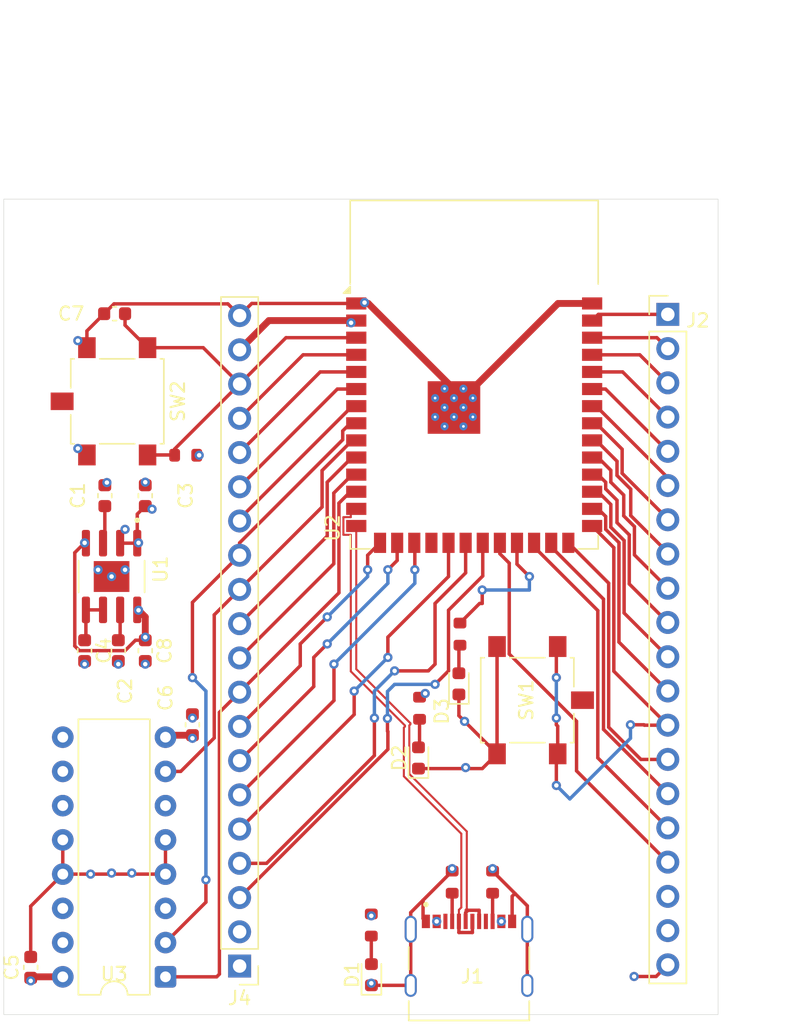
<source format=kicad_pcb>
(kicad_pcb (version 20241229) (generator "pcbnew") (generator_version "9.0")
  (layers (0 "F.Cu" signal "Front") (4 "In1.Cu" signal) (6 "In2.Cu" signal) (2 "B.Cu" signal "Back") (13 "F.Paste" user) (15 "B.Paste" user) (5 "F.SilkS" user "F.Silkscreen") (7 "B.SilkS" user "B.Silkscreen") (1 "F.Mask" user) (3 "B.Mask" user) (25 "Edge.Cuts" user))
  (net 0 "")
  (net 1 "GND")
  (net 2 "Net-(U1-BYP)")
  (net 3 "Net-(U1-VREG)")
  (net 4 "+3V3")
  (net 5 "Net-(U1-REF)")
  (net 6 "+5V")
  (net 7 "EN")
  (net 8 "Net-(D1-A)")
  (net 9 "Net-(D2-A)")
  (net 10 "Net-(D3-A)")
  (net 12 "Net-(J1-CC1)")
  (net 13 "D+")
  (net 14 "Net-(J1-CC2)")
  (net 15 "D-")
  (net 17 "GPIO_21")
  (net 18 "GPIO_0")
  (net 19 "Select")
  (net 20 "In1")
  (net 21 "RX")
  (net 22 "A")
  (net 23 "Z1")
  (net 24 "ENA")
  (net 25 "RT")
  (net 26 "SX")
  (net 27 "GPIO_40")
  (net 28 "GPIO_41")
  (net 29 "X")
  (net 30 "GPIO_37")
  (net 31 "Start")
  (net 32 "GPIO_38")
  (net 33 "B")
  (net 34 "DL")
  (net 35 "GPIO_36")
  (net 36 "GPIO_18")
  (net 37 "GPIO_35")
  (net 38 "TX")
  (net 39 "CY")
  (net 40 "Y")
  (net 41 "DU")
  (net 42 "Z2")
  (net 43 "DR")
  (net 44 "CX")
  (net 45 "DD")
  (net 46 "GPIO_39")
  (net 47 "LT")
  (net 48 "In2")
  (net 49 "SY")
  (net 50 "M+")
  (net 52 "M-")
  (net 57 "GPIO_48")
  (footprint "PCM_JLCPCB:R_0603" (layer "F.Cu") (at 131.85 103.2725 -90)
    (property "Reference" "R6" (hide yes))
    (property "Value" "5.1kΩ")
  )
  (footprint "PCM_JLCPCB:R_0603" (layer "F.Cu") (at 125.27 124.855 -90)
    (property "Reference" "R4" (hide yes))
    (property "Value" "5.1kΩ")
  )
  (footprint "Capacitor_SMD:C_0603_1608Metric" (layer "F.Cu") (at 108.5 104.5 -90)
    (property "Reference" "C8")
    (property "Value" "10uF")
  )
  (footprint "Package_DIP:DIP-16_W7.62mm" (layer "F.Cu") (at 110 128.7 180)
    (property "Reference" "U3")
    (property "Value" "L293D")
  )
  (footprint "LED_SMD:LED_0603_1608Metric" (layer "F.Cu") (at 131.77 106.9625 90)
    (property "Reference" "D3")
    (property "Value" "LED")
  )
  (footprint "Capacitor_SMD:C_0603_1608Metric" (layer "F.Cu") (at 105.5 93 90)
    (property "Reference" "C1")
    (property "Value" "1uF")
  )
  (footprint "PCM_JLCPCB:R_0603" (layer "F.Cu") (at 128.85 108.7725 -90)
    (property "Reference" "R5" (hide yes))
    (property "Value" "5.1kΩ")
  )
  (footprint "Connector_PinHeader_2.54mm:PinHeader_1x20_P2.54mm_Vertical" (layer "F.Cu") (at 115.5 127.9 180)
    (property "Reference" "J4")
    (property "Value" "Conn_01x20_Socket" (hide yes))
  )
  (footprint "LED_SMD:LED_0603_1608Metric" (layer "F.Cu") (at 128.77 112.4625 90)
    (property "Reference" "D2")
    (property "Value" "LED")
  )
  (footprint "LED_SMD:LED_0603_1608Metric" (layer "F.Cu") (at 125.28 128.545 90)
    (property "Reference" "D1")
    (property "Value" "LED")
  )
  (footprint "PCM_JLCPCB:R_0603" (layer "F.Cu") (at 111.5 90 180)
    (property "Reference" "R1" (hide yes))
    (property "Value" "5.1kΩ")
  )
  (footprint "Button_Switch_SMD:SW_SPST_B3S-1100" (layer "F.Cu") (at 105.5 86 -90)
    (property "Reference" "SW2")
    (property "Value" "SW_Push")
  )
  (footprint "Capacitor_SMD:C_0603_1608Metric" (layer "F.Cu") (at 112 110 90)
    (property "Reference" "C6")
    (property "Value" "100uF")
  )
  (footprint "PCM_JLCPCB:R_0603" (layer "F.Cu") (at 134.27 121.675 90)
    (property "Reference" "R2" (hide yes))
    (property "Value" "5.1kΩ")
  )
  (footprint "PCM_JLCPCB:R_0603" (layer "F.Cu") (at 131.27 121.675 -90)
    (property "Reference" "R3" (hide yes))
    (property "Value" "5.1kΩ")
  )
  (footprint "Type_C:Updated_TYPE-C-31-M-12" (layer "F.Cu") (at 132.52 129.3375)
    (property "Reference" "J1")
    (property "Value" "TYPE-C-31-M-12")
  )
  (footprint "Capacitor_SMD:C_0603_1608Metric" (layer "F.Cu") (at 108.5 93 90)
    (property "Reference" "C3")
    (property "Value" "10uF")
  )
  (footprint "Connector_PinHeader_2.54mm:PinHeader_1x20_P2.54mm_Vertical" (layer "F.Cu") (at 147.27 79.55)
    (property "Reference" "J2")
    (property "Value" "Conn_01x20_Socket" (hide yes))
  )
  (footprint "Capacitor_SMD:C_0603_1608Metric" (layer "F.Cu") (at 106.225 79.5)
    (property "Reference" "C7")
    (property "Value" "1uF")
  )
  (footprint "RF_Module:ESP32-S3-WROOM-1" (layer "F.Cu") (at 132.905 84)
    (property "Reference" "U2")
    (property "Value" "ESP32-S3-WROOM-1")
  )
  (footprint "Button_Switch_SMD:SW_SPST_B3S-1100" (layer "F.Cu") (at 137.77 108.175 90)
    (property "Reference" "SW1")
    (property "Value" "SW_Push")
  )
  (footprint "ADP7158ARDZ-3.3-R7:ADP7158ARDZ-3.3-R7" (layer "F.Cu") (at 106 99 -90)
    (property "Reference" "U1")
    (property "Value" "ADP7158ARDZ-3.3-R7")
  )
  (footprint "Capacitor_SMD:C_0603_1608Metric" (layer "F.Cu") (at 104 104.5 -90)
    (property "Reference" "C4")
    (property "Value" "1uF")
  )
  (footprint "Capacitor_SMD:C_0603_1608Metric" (layer "F.Cu") (at 100 128 90)
    (property "Reference" "C5")
    (property "Value" "0.1uF")
  )
  (footprint "Capacitor_SMD:C_0603_1608Metric" (layer "F.Cu") (at 106.5 104.5 -90)
    (property "Reference" "C2")
    (property "Value" "1uF")
  )
  (gr_rect (start 98 71) (end 151 131.5) (stroke (width 0.0381)) (fill no) (layer "Edge.Cuts"))
  (segment (start 131.27 120.855) (end 129.11 123.015) (width 0.254) (layer "F.Cu") (net 1))
  (segment (start 131.405 85.1) (end 131.405 86.46) (width 0.508) (layer "F.Cu") (net 1))
  (segment (start 104.17 80.78) (end 105.45 79.5) (width 0.254) (layer "F.Cu") (net 1))
  (segment (start 139.125 78.74) (end 131.405 86.46) (width 0.508) (layer "F.Cu") (net 1))
  (segment (start 100 127.225) (end 100 123.46) (width 0.254) (layer "F.Cu") (net 1))
  (segment (start 129.11 123.015) (end 128.195 123.93) (width 0.254) (layer "F.Cu") (net 1))
  (segment (start 134.6 104.195) (end 134.6 112.155) (width 0.254) (layer "F.Cu") (net 1))
  (segment (start 128.19 129.3325) (end 128.195 129.3375) (width 0.254) (layer "F.Cu") (net 1))
  (segment (start 135.93 122.515) (end 136.845 123.43) (width 0.254) (layer "F.Cu") (net 1))
  (segment (start 135.72 122.725) (end 135.93 122.515) (width 0.254) (layer "F.Cu") (net 1))
  (segment (start 110 118.54) (end 110 121.08) (width 0.254) (layer "F.Cu") (net 1))
  (segment (start 141.655 78.74) (end 139.125 78.74) (width 0.508) (layer "F.Cu") (net 1))
  (segment (start 129.11 124.3775) (end 129.11 123.015) (width 0.254) (layer "F.Cu") (net 1))
  (segment (start 106.18 78.77) (end 105.45 79.5) (width 0.254) (layer "F.Cu") (net 1))
  (segment (start 134.27 120.855) (end 135.93 122.515) (width 0.254) (layer "F.Cu") (net 1))
  (segment (start 114.63 78.77) (end 106.18 78.77) (width 0.254) (layer "F.Cu") (net 1))
  (segment (start 131.77 109.325) (end 134.6 112.155) (width 0.254) (layer "F.Cu") (net 1))
  (segment (start 102.38 118.54) (end 102.38 121.08) (width 0.254) (layer "F.Cu") (net 1))
  (segment (start 115.5 79.64) (end 114.63 78.77) (width 0.254) (layer "F.Cu") (net 1))
  (segment (start 125.28 129.3325) (end 128.19 129.3325) (width 0.254) (layer "F.Cu") (net 1))
  (segment (start 124.155 78.74) (end 125.045 78.74) (width 0.508) (layer "F.Cu") (net 1))
  (segment (start 100 123.46) (end 102.38 121.08) (width 0.254) (layer "F.Cu") (net 1))
  (segment (start 136.845 123.43) (end 136.845 125.1675) (width 0.254) (layer "F.Cu") (net 1))
  (segment (start 102.38 121.08) (end 110 121.08) (width 0.254) (layer "F.Cu") (net 1))
  (segment (start 133.505 113.25) (end 134.6 112.155) (width 0.254) (layer "F.Cu") (net 1))
  (segment (start 131.77 107.75) (end 131.77 109.325) (width 0.254) (layer "F.Cu") (net 1))
  (segment (start 128.77 113.25) (end 133.505 113.25) (width 0.254) (layer "F.Cu") (net 1))
  (segment (start 115.5 79.64) (end 116.4 78.74) (width 0.254) (layer "F.Cu") (net 1))
  (segment (start 128.195 125.1675) (end 128.195 129.3375) (width 0.254) (layer "F.Cu") (net 1))
  (segment (start 129.32 124.5875) (end 129.11 124.3775) (width 0.254) (layer "F.Cu") (net 1))
  (segment (start 116.4 78.74) (end 124.155 78.74) (width 0.254) (layer "F.Cu") (net 1))
  (segment (start 125.045 78.74) (end 131.405 85.1) (width 0.508) (layer "F.Cu") (net 1))
  (segment (start 136.845 125.1675) (end 136.845 129.3375) (width 0.254) (layer "F.Cu") (net 1))
  (segment (start 128.195 123.93) (end 128.195 125.1675) (width 0.254) (layer "F.Cu") (net 1))
  (segment (start 104.17 82.02) (end 104.17 80.78) (width 0.254) (layer "F.Cu") (net 1))
  (segment (start 135.72 124.5875) (end 135.72 122.725) (width 0.254) (layer "F.Cu") (net 1))
  (via (at 106 121) (size 0.6858) (drill 0.3302) (layers "F.Cu" "B.Cu") (net 1))
  (via (at 104.44373 121.08) (size 0.6858) (drill 0.3302) (layers "F.Cu" "B.Cu") (net 1))
  (via (at 107 98.5) (size 0.6858) (drill 0.3302) (layers "F.Cu" "B.Cu") (net 1))
  (via (at 103.5 89.5) (size 0.6858) (drill 0.3302) (layers "F.Cu" "B.Cu") (net 1))
  (via (at 105 98.5) (size 0.6858) (drill 0.3302) (layers "F.Cu" "B.Cu") (net 1))
  (via (at 134.27 120.675) (size 0.6858) (drill 0.3302) (layers "F.Cu" "B.Cu") (net 1))
  (via (at 125.27 129.175) (size 0.6858) (drill 0.3302) (layers "F.Cu" "B.Cu") (net 1))
  (via (at 131.27 120.675) (size 0.6858) (drill 0.3302) (layers "F.Cu" "B.Cu") (net 1))
  (via (at 106.5 105.5) (size 0.6858) (drill 0.3302) (layers "F.Cu" "B.Cu") (net 1))
  (via (at 103.5 81.5) (size 0.6858) (drill 0.3302) (layers "F.Cu" "B.Cu") (net 1))
  (via (at 106 99) (size 0.6858) (drill 0.3302) (layers "F.Cu" "B.Cu") (net 1))
  (via (at 107.5 121) (size 0.6858) (drill 0.3302) (layers "F.Cu" "B.Cu") (net 1))
  (via (at 112 109.5) (size 0.6858) (drill 0.3302) (layers "F.Cu" "B.Cu") (net 1))
  (via (at 105.651535 92.027641) (size 0.6858) (drill 0.3302) (layers "F.Cu" "B.Cu") (net 1))
  (via (at 108.5 92) (size 0.6858) (drill 0.3302) (layers "F.Cu" "B.Cu") (net 1))
  (via (at 124.77 78.675) (size 0.6858) (drill 0.3302) (layers "F.Cu" "B.Cu") (net 1))
  (via (at 104 105.5) (size 0.6858) (drill 0.3302) (layers "F.Cu" "B.Cu") (net 1))
  (via (at 108.5 105.5) (size 0.6858) (drill 0.3302) (layers "F.Cu" "B.Cu") (net 1))
  (via (at 132.190731 109.745731) (size 0.6858) (drill 0.3302) (layers "F.Cu" "B.Cu") (net 1))
  (via (at 132.27 113.175) (size 0.6858) (drill 0.3302) (layers "F.Cu" "B.Cu") (net 1))
  (segment (start 105.5 96.39) (end 105.365 96.525) (width 0.254) (layer "F.Cu") (net 2))
  (segment (start 105.5 93.775) (end 105.5 96.39) (width 0.254) (layer "F.Cu") (net 2))
  (segment (start 106.635 103.59) (end 106.5 103.725) (width 0.254) (layer "F.Cu") (net 3))
  (segment (start 106.635 101.475) (end 106.635 103.59) (width 0.254) (layer "F.Cu") (net 3))
  (segment (start 107.905 96.525) (end 107.905 94.37) (width 0.254) (layer "F.Cu") (net 4))
  (segment (start 107.905 94.37) (end 108.5 93.775) (width 0.254) (layer "F.Cu") (net 4))
  (segment (start 106.635 96.525) (end 107.905 96.525) (width 0.254) (layer "F.Cu") (net 4))
  (segment (start 115.5 82.18) (end 117.67 80.01) (width 0.508) (layer "F.Cu") (net 4))
  (segment (start 117.67 80.01) (end 124.155 80.01) (width 0.508) (layer "F.Cu") (net 4))
  (via (at 109 94) (size 0.6858) (drill 0.3302) (layers "F.Cu" "B.Cu") (net 4))
  (via (at 123.77 80.175) (size 0.6858) (drill 0.3302) (layers "F.Cu" "B.Cu") (net 4))
  (via (at 108 96.5) (size 0.6858) (drill 0.3302) (layers "F.Cu" "B.Cu") (net 4))
  (via (at 107 95.5) (size 0.6858) (drill 0.3302) (layers "F.Cu" "B.Cu") (net 4))
  (via (at 112.5 90) (size 0.6858) (drill 0.3302) (layers "F.Cu" "B.Cu") (net 4))
  (via (at 129.27 107.675) (size 0.6858) (drill 0.3302) (layers "F.Cu" "B.Cu") (net 4))
  (segment (start 104.095 101.475) (end 104.095 103.63) (width 0.254) (layer "F.Cu") (net 5))
  (segment (start 104.095 103.63) (end 104 103.725) (width 0.254) (layer "F.Cu") (net 5))
  (segment (start 105.365 101.475) (end 104.095 101.475) (width 0.254) (layer "F.Cu") (net 5))
  (segment (start 103.614942 104.5) (end 107 104.5) (width 0.254) (layer "F.Cu") (net 6))
  (segment (start 146.405 128.675) (end 147.27 127.81) (width 0.254) (layer "F.Cu") (net 6))
  (segment (start 110.145 110.775) (end 110 110.92) (width 0.254) (layer "F.Cu") (net 6))
  (segment (start 102.38 128.7) (end 100.075 128.7) (width 0.508) (layer "F.Cu") (net 6))
  (segment (start 108.5 102) (end 108.5 103.725) (width 0.508) (layer "F.Cu") (net 6))
  (segment (start 111.855 110.92) (end 112 110.775) (width 0.254) (layer "F.Cu") (net 6))
  (segment (start 107.905 101.475) (end 107.975 101.475) (width 0.254) (layer "F.Cu") (net 6))
  (segment (start 107.975 101.475) (end 108.5 102) (width 0.508) (layer "F.Cu") (net 6))
  (segment (start 144.77 128.675) (end 146.405 128.675) (width 0.254) (layer "F.Cu") (net 6))
  (segment (start 107.775 103.725) (end 108.5 103.725) (width 0.254) (layer "F.Cu") (net 6))
  (segment (start 103.27 104.155058) (end 103.614942 104.5) (width 0.254) (layer "F.Cu") (net 6))
  (segment (start 104 96.5) (end 103.27 97.23) (width 0.254) (layer "F.Cu") (net 6))
  (segment (start 100.075 128.7) (end 100 128.775) (width 0.254) (layer "F.Cu") (net 6))
  (segment (start 112 110.775) (end 110.145 110.775) (width 0.508) (layer "F.Cu") (net 6))
  (segment (start 107 104.5) (end 107.775 103.725) (width 0.254) (layer "F.Cu") (net 6))
  (segment (start 103.27 97.23) (end 103.27 104.155058) (width 0.254) (layer "F.Cu") (net 6))
  (via (at 125.27 124.175) (size 0.6858) (drill 0.3302) (layers "F.Cu" "B.Cu") (net 6))
  (via (at 108 101.5) (size 0.6858) (drill 0.3302) (layers "F.Cu" "B.Cu") (net 6))
  (via (at 112 111) (size 0.6858) (drill 0.3302) (layers "F.Cu" "B.Cu") (net 6))
  (via (at 130.12 124.5875) (size 0.6858) (drill 0.3302) (layers "F.Cu" "B.Cu") (net 6))
  (via (at 100 129) (size 0.6858) (drill 0.3302) (layers "F.Cu" "B.Cu") (net 6))
  (via (at 104 96.5) (size 0.6858) (drill 0.3302) (layers "F.Cu" "B.Cu") (net 6))
  (via (at 144.77 128.675) (size 0.6858) (drill 0.3302) (layers "F.Cu" "B.Cu") (net 6))
  (via (at 134.92 124.5875) (size 0.6858) (drill 0.3302) (layers "F.Cu" "B.Cu") (net 6))
  (via (at 108.5 103.5) (size 0.6858) (drill 0.3302) (layers "F.Cu" "B.Cu") (net 6))
  (segment (start 112.8 82.02) (end 115.5 84.72) (width 0.254) (layer "F.Cu") (net 7))
  (segment (start 110.66 89.98) (end 110.68 90) (width 0.254) (layer "F.Cu") (net 7))
  (segment (start 108.67 82.02) (end 112.8 82.02) (width 0.254) (layer "F.Cu") (net 7))
  (segment (start 110.68 89.54) (end 115.5 84.72) (width 0.254) (layer "F.Cu") (net 7))
  (segment (start 118.94 81.28) (end 124.155 81.28) (width 0.254) (layer "F.Cu") (net 7))
  (segment (start 108.67 89.98) (end 110.66 89.98) (width 0.254) (layer "F.Cu") (net 7))
  (segment (start 107 80.35) (end 108.67 82.02) (width 0.254) (layer "F.Cu") (net 7))
  (segment (start 115.5 84.72) (end 118.94 81.28) (width 0.254) (layer "F.Cu") (net 7))
  (segment (start 110.68 90) (end 110.68 89.54) (width 0.254) (layer "F.Cu") (net 7))
  (segment (start 107 79.5) (end 107 80.35) (width 0.254) (layer "F.Cu") (net 7))
  (segment (start 125.27 127.7475) (end 125.28 127.7575) (width 0.254) (layer "F.Cu") (net 8))
  (segment (start 125.27 125.675) (end 125.27 127.7475) (width 0.254) (layer "F.Cu") (net 8))
  (segment (start 128.85 109.5925) (end 128.85 111.595) (width 0.254) (layer "F.Cu") (net 9))
  (segment (start 128.85 111.595) (end 128.77 111.675) (width 0.254) (layer "F.Cu") (net 9))
  (segment (start 131.77 106.175) (end 131.77 104.1725) (width 0.254) (layer "F.Cu") (net 10))
  (segment (start 131.77 104.1725) (end 131.85 104.0925) (width 0.254) (layer "F.Cu") (net 10))
  (segment (start 131.27 122.495) (end 131.27 124.5875) (width 0.254) (layer "F.Cu") (net 12))
  (segment (start 133.269 123.7625) (end 133.27 123.7635) (width 0.254) (layer "F.Cu") (net 13))
  (segment (start 132.445 123.7625) (end 133.269 123.7625) (width 0.254) (layer "F.Cu") (net 13))
  (segment (start 132.27 124.5875) (end 132.27 123.732499) (width 0.1524) (layer "F.Cu") (net 13))
  (segment (start 132.27 123.732499) (end 132.35558 123.646919) (width 0.1524) (layer "F.Cu") (net 13))
  (segment (start 132.27 124.5875) (end 132.27 123.9375) (width 0.254) (layer "F.Cu") (net 13))
  (segment (start 132.35558 123.646919) (end 132.35558 117.914782) (width 0.1524) (layer "F.Cu") (net 13))
  (segment (start 128.0908 110.045468) (end 128.1708 109.965468) (width 0.1524) (layer "F.Cu") (net 13))
  (segment (start 132.2232 124.1207) (end 132.2232 124.009168) (width 0.1524) (layer "F.Cu") (net 13))
  (segment (start 128.0908 113.650002) (end 128.0908 110.045468) (width 0.1524) (layer "F.Cu") (net 13))
  (segment (start 132.27 123.9375) (end 132.445 123.7625) (width 0.254) (layer "F.Cu") (net 13))
  (segment (start 124.155 105.867632) (end 124.155 95.25) (width 0.1524) (layer "F.Cu") (net 13))
  (segment (start 132.27 124.5875) (end 132.27 124.1675) (width 0.1524) (layer "F.Cu") (net 13))
  (segment (start 128.1708 109.883432) (end 124.155 105.867632) (width 0.1524) (layer "F.Cu") (net 13))
  (segment (start 132.35558 117.914782) (end 128.0908 113.650002) (width 0.1524) (layer "F.Cu") (net 13))
  (segment (start 132.27 124.1675) (end 132.2232 124.1207) (width 0.1524) (layer "F.Cu") (net 13))
  (segment (start 133.27 123.7635) (end 133.27 124.5875) (width 0.254) (layer "F.Cu") (net 13))
  (segment (start 128.1708 109.965468) (end 128.1708 109.883432) (width 0.1524) (layer "F.Cu") (net 13))
  (segment (start 134.27 122.495) (end 134.27 124.5875) (width 0.254) (layer "F.Cu") (net 14))
  (segment (start 127.68442 110.213796) (end 127.76442 110.133796) (width 0.1524) (layer "F.Cu") (net 15))
  (segment (start 123.7486 94.5958) (end 123.7486 94.3864) (width 0.1524) (layer "F.Cu") (net 15))
  (segment (start 131.8168 124.1207) (end 131.77 124.1675) (width 0.1524) (layer "F.Cu") (net 15))
  (segment (start 131.9492 118.08311) (end 127.68442 113.81833) (width 0.1524) (layer "F.Cu") (net 15))
  (segment (start 131.77 124.5875) (end 131.77 125.4115) (width 0.254) (layer "F.Cu") (net 15))
  (segment (start 132.769 125.4125) (end 132.77 125.4115) (width 0.254) (layer "F.Cu") (net 15))
  (segment (start 131.77 124.5875) (end 131.77 123.732499) (width 0.1524) (layer "F.Cu") (net 15))
  (segment (start 131.9492 123.553299) (end 131.9492 118.08311) (width 0.1524) (layer "F.Cu") (net 15))
  (segment (start 123.2008 95.9042) (end 123.2008 94.5958) (width 0.1524) (layer "F.Cu") (net 15))
  (segment (start 131.77 123.732499) (end 131.9492 123.553299) (width 0.1524) (layer "F.Cu") (net 15))
  (segment (start 123.7486 94.3864) (end 124.155 93.98) (width 0.1524) (layer "F.Cu") (net 15))
  (segment (start 123.7486 95.9042) (end 123.2008 95.9042) (width 0.1524) (layer "F.Cu") (net 15))
  (segment (start 131.77 124.1675) (end 131.77 124.5875) (width 0.1524) (layer "F.Cu") (net 15))
  (segment (start 132.77 125.4115) (end 132.77 124.5875) (width 0.254) (layer "F.Cu") (net 15))
  (segment (start 123.2008 94.5958) (end 123.7486 94.5958) (width 0.1524) (layer "F.Cu") (net 15))
  (segment (start 127.76442 110.051788) (end 123.7486 106.035968) (width 0.1524) (layer "F.Cu") (net 15))
  (segment (start 131.77 125.4115) (end 131.771 125.4125) (width 0.254) (layer "F.Cu") (net 15))
  (segment (start 127.76442 110.133796) (end 127.76442 110.051788) (width 0.1524) (layer "F.Cu") (net 15))
  (segment (start 127.68442 113.81833) (end 127.68442 110.213796) (width 0.1524) (layer "F.Cu") (net 15))
  (segment (start 131.771 125.4125) (end 132.769 125.4125) (width 0.254) (layer "F.Cu") (net 15))
  (segment (start 123.7486 106.035968) (end 123.7486 95.9042) (width 0.1524) (layer "F.Cu") (net 15))
  (segment (start 131.85 102.4525) (end 133.3025 101) (width 0.254) (layer "F.Cu") (net 17))
  (segment (start 133.3025 101) (end 133.5 101) (width 0.254) (layer "F.Cu") (net 17))
  (segment (start 133.5 101) (end 133.5 100) (width 0.254) (layer "F.Cu") (net 17))
  (segment (start 136.08 98.08) (end 136.08 96.5) (width 0.254) (layer "F.Cu") (net 17))
  (segment (start 137 99) (end 136.08 98.08) (width 0.254) (layer "F.Cu") (net 17))
  (via (at 137 99) (size 0.6858) (drill 0.3302) (layers "F.Cu" "B.Cu") (net 17))
  (via (at 133.5 100) (size 0.6858) (drill 0.3302) (layers "F.Cu" "B.Cu") (net 17))
  (segment (start 137 100) (end 137 99) (width 0.254) (layer "B.Cu") (net 17))
  (segment (start 133.5 100) (end 137 100) (width 0.254) (layer "B.Cu") (net 17))
  (segment (start 139 112.255) (end 139.1 112.155) (width 0.254) (layer "F.Cu") (net 18))
  (segment (start 139 110) (end 139 109.5) (width 0.254) (layer "F.Cu") (net 18))
  (segment (start 139.1 110.1) (end 139 110) (width 0.254) (layer "F.Cu") (net 18))
  (segment (start 147.27 110.03) (end 143.264 106.024) (width 0.254) (layer "F.Cu") (net 18))
  (segment (start 147.27 110.03) (end 145.53 110.03) (width 0.254) (layer "F.Cu") (net 18))
  (segment (start 139 114.5) (end 139 112.255) (width 0.254) (layer "F.Cu") (net 18))
  (segment (start 139 106.5) (end 139 104.295) (width 0.254) (layer "F.Cu") (net 18))
  (segment (start 139 104.295) (end 139.1 104.195) (width 0.254) (layer "F.Cu") (net 18))
  (segment (start 139.1 112.155) (end 139.1 110.1) (width 0.254) (layer "F.Cu") (net 18))
  (segment (start 143.264 96.859) (end 141.655 95.25) (width 0.254) (layer "F.Cu") (net 18))
  (segment (start 143.264 106.024) (end 143.264 96.859) (width 0.254) (layer "F.Cu") (net 18))
  (segment (start 145.53 110.03) (end 145.5 110) (width 0.254) (layer "F.Cu") (net 18))
  (segment (start 145.5 110) (end 144.5 110) (width 0.254) (layer "F.Cu") (net 18))
  (via (at 139 114.5) (size 0.6858) (drill 0.3302) (layers "F.Cu" "B.Cu") (net 18))
  (via (at 139 109.5) (size 0.6858) (drill 0.3302) (layers "F.Cu" "B.Cu") (net 18))
  (via (at 139 106.5) (size 0.6858) (drill 0.3302) (layers "F.Cu" "B.Cu") (net 18))
  (via (at 144.5 110) (size 0.6858) (drill 0.3302) (layers "F.Cu" "B.Cu") (net 18))
  (segment (start 144.5 110) (end 144.5 111) (width 0.254) (layer "B.Cu") (net 18))
  (segment (start 140 115.5) (end 139 114.5) (width 0.254) (layer "B.Cu") (net 18))
  (segment (start 144.5 111) (end 140 115.5) (width 0.254) (layer "B.Cu") (net 18))
  (segment (start 139 109.5) (end 139 106.5) (width 0.254) (layer "B.Cu") (net 18))
  (segment (start 122.75 85.09) (end 124.155 85.09) (width 0.254) (layer "F.Cu") (net 19))
  (segment (start 115.5 92.34) (end 122.75 85.09) (width 0.254) (layer "F.Cu") (net 19))
  (segment (start 113 123.16) (end 110 126.16) (width 0.254) (layer "F.Cu") (net 20))
  (segment (start 123.15 88.85) (end 123.15 88.195) (width 0.254) (layer "F.Cu") (net 20))
  (segment (start 113 121.5) (end 113 123.16) (width 0.254) (layer "F.Cu") (net 20))
  (segment (start 123.715 87.63) (end 124.155 87.63) (width 0.254) (layer "F.Cu") (net 20))
  (segment (start 123.15 88.195) (end 123.715 87.63) (width 0.254) (layer "F.Cu") (net 20))
  (segment (start 112 100.92) (end 112 106.5) (width 0.254) (layer "F.Cu") (net 20))
  (segment (start 115.5 96.5) (end 123.15 88.85) (width 0.254) (layer "F.Cu") (net 20))
  (segment (start 115.5 97.42) (end 115.5 96.5) (width 0.254) (layer "F.Cu") (net 20))
  (segment (start 115.5 97.42) (end 112 100.92) (width 0.254) (layer "F.Cu") (net 20))
  (via (at 113 121.5) (size 0.6858) (drill 0.3302) (layers "F.Cu" "B.Cu") (net 20))
  (via (at 112 106.5) (size 0.6858) (drill 0.3302) (layers "F.Cu" "B.Cu") (net 20))
  (segment (start 113 107.5) (end 113 121.5) (width 0.254) (layer "B.Cu") (net 20))
  (segment (start 112 106.5) (end 113 107.5) (width 0.254) (layer "B.Cu") (net 20))
  (segment (start 143.92 83.82) (end 141.655 83.82) (width 0.254) (layer "F.Cu") (net 21))
  (segment (start 147.27 87.17) (end 143.92 83.82) (width 0.254) (layer "F.Cu") (net 21))
  (segment (start 147.27 79.55) (end 142.115 79.55) (width 0.254) (layer "F.Cu") (net 22))
  (segment (start 142.115 79.55) (end 141.655 80.01) (width 0.254) (layer "F.Cu") (net 22))
  (segment (start 115.5 115.2) (end 122.5 108.2) (width 0.254) (layer "F.Cu") (net 23))
  (segment (start 122.5 108.2) (end 122.5 105.5) (width 0.254) (layer "F.Cu") (net 23))
  (segment (start 128.5 96.54) (end 128.46 96.5) (width 0.254) (layer "F.Cu") (net 23))
  (segment (start 128.5 98.5) (end 128.5 96.54) (width 0.254) (layer "F.Cu") (net 23))
  (via (at 122.5 105.5) (size 0.6858) (drill 0.3302) (layers "F.Cu" "B.Cu") (net 23))
  (via (at 128.5 98.5) (size 0.6858) (drill 0.3302) (layers "F.Cu" "B.Cu") (net 23))
  (segment (start 122.5 105.5) (end 128.5 99.5) (width 0.254) (layer "B.Cu") (net 23))
  (segment (start 128.5 99.5) (end 128.5 98.5) (width 0.254) (layer "B.Cu") (net 23))
  (segment (start 123.715 92.71) (end 124.155 92.71) (width 0.254) (layer "F.Cu") (net 24))
  (segment (start 122.8696 93.5554) (end 123.715 92.71) (width 0.254) (layer "F.Cu") (net 24))
  (segment (start 114 109.08) (end 114 128.5) (width 0.254) (layer "F.Cu") (net 24))
  (segment (start 115.5 107.58) (end 114 109.08) (width 0.254) (layer "F.Cu") (net 24))
  (segment (start 114 128.5) (end 113.8 128.7) (width 0.254) (layer "F.Cu") (net 24))
  (segment (start 113.8 128.7) (end 110 128.7) (width 0.254) (layer "F.Cu") (net 24))
  (segment (start 115.5 107.58) (end 122.8696 100.2104) (width 0.254) (layer "F.Cu") (net 24))
  (segment (start 122.8696 100.2104) (end 122.8696 93.5554) (width 0.254) (layer "F.Cu") (net 24))
  (segment (start 122 96) (end 122 92) (width 0.254) (layer "F.Cu") (net 25))
  (segment (start 123.83 90.17) (end 124.155 90.17) (width 0.254) (layer "F.Cu") (net 25))
  (segment (start 115.5 102.5) (end 122 96) (width 0.254) (layer "F.Cu") (net 25))
  (segment (start 122 92) (end 123.83 90.17) (width 0.254) (layer "F.Cu") (net 25))
  (segment (start 115.5 117.74) (end 124 109.24) (width 0.254) (layer "F.Cu") (net 26))
  (segment (start 126.5 105) (end 126.5 103.5) (width 0.254) (layer "F.Cu") (net 26))
  (segment (start 131 99) (end 131 96.5) (width 0.254) (layer "F.Cu") (net 26))
  (segment (start 126.5 103.5) (end 131 99) (width 0.254) (layer "F.Cu") (net 26))
  (segment (start 124 109.24) (end 124 107.5) (width 0.254) (layer "F.Cu") (net 26))
  (via (at 126.5 105) (size 0.6858) (drill 0.3302) (layers "F.Cu" "B.Cu") (net 26))
  (via (at 124 107.5) (size 0.6858) (drill 0.3302) (layers "F.Cu" "B.Cu") (net 26))
  (segment (start 124 107.5) (end 126.5 105) (width 0.254) (layer "B.Cu") (net 26))
  (segment (start 147.27 94.79) (end 147.27 94.72977) (width 0.254) (layer "F.Cu") (net 27))
  (segment (start 147.27 94.72977) (end 143.882 91.34177) (width 0.254) (layer "F.Cu") (net 27))
  (segment (start 143.882 91.34177) (end 143.882 89.557) (width 0.254) (layer "F.Cu") (net 27))
  (segment (start 143.882 89.557) (end 141.955 87.63) (width 0.254) (layer "F.Cu") (net 27))
  (segment (start 141.955 87.63) (end 141.655 87.63) (width 0.254) (layer "F.Cu") (net 27))
  (segment (start 147.27 92.25) (end 147.27 91.675) (width 0.254) (layer "F.Cu") (net 28))
  (segment (start 141.955 86.36) (end 141.655 86.36) (width 0.254) (layer "F.Cu") (net 28))
  (segment (start 147.27 91.675) (end 141.955 86.36) (width 0.254) (layer "F.Cu") (net 28))
  (segment (start 120 105.62) (end 120 104) (width 0.254) (layer "F.Cu") (net 29))
  (segment (start 115.5 110.12) (end 120 105.62) (width 0.254) (layer "F.Cu") (net 29))
  (segment (start 125 98.5) (end 125 97.42) (width 0.254) (layer "F.Cu") (net 29))
  (segment (start 120 104) (end 122 102) (width 0.254) (layer "F.Cu") (net 29))
  (segment (start 125 97.42) (end 125.92 96.5) (width 0.254) (layer "F.Cu") (net 29))
  (via (at 125 98.5) (size 0.6858) (drill 0.3302) (layers "F.Cu" "B.Cu") (net 29))
  (via (at 122 102) (size 0.6858) (drill 0.3302) (layers "F.Cu" "B.Cu") (net 29))
  (segment (start 122 102) (end 125 99) (width 0.254) (layer "B.Cu") (net 29))
  (segment (start 125 99) (end 125 98.5) (width 0.254) (layer "B.Cu") (net 29))
  (segment (start 142.095 91.44) (end 141.655 91.44) (width 0.254) (layer "F.Cu") (net 30))
  (segment (start 147.27 102.41) (end 144.410001 99.550001) (width 0.254) (layer "F.Cu") (net 30))
  (segment (start 144.410001 99.550001) (end 144.410001 95.910001) (width 0.254) (layer "F.Cu") (net 30))
  (segment (start 142.66 92.5) (end 142.66 92.005) (width 0.254) (layer "F.Cu") (net 30))
  (segment (start 142.66 92.005) (end 142.095 91.44) (width 0.254) (layer "F.Cu") (net 30))
  (segment (start 143.5 93.34) (end 142.66 92.5) (width 0.254) (layer "F.Cu") (net 30))
  (segment (start 144.410001 95.910001) (end 143.5 95) (width 0.254) (layer "F.Cu") (net 30))
  (segment (start 143.5 95) (end 143.5 93.34) (width 0.254) (layer "F.Cu") (net 30))
  (segment (start 121.48 83.82) (end 124.155 83.82) (width 0.254) (layer "F.Cu") (net 31))
  (segment (start 115.5 89.8) (end 121.48 83.82) (width 0.254) (layer "F.Cu") (net 31))
  (segment (start 144 92.958) (end 143.042 92) (width 0.254) (layer "F.Cu") (net 32))
  (segment (start 147.27 99.87) (end 144.792001 97.392001) (width 0.254) (layer "F.Cu") (net 32))
  (segment (start 144 94.5) (end 144 92.958) (width 0.254) (layer "F.Cu") (net 32))
  (segment (start 143.042 92) (end 143.042 91.117) (width 0.254) (layer "F.Cu") (net 32))
  (segment (start 144.792001 97.392001) (end 144.792001 95.292001) (width 0.254) (layer "F.Cu") (net 32))
  (segment (start 143.042 91.117) (end 142.095 90.17) (width 0.254) (layer "F.Cu") (net 32))
  (segment (start 142.095 90.17) (end 141.655 90.17) (width 0.254) (layer "F.Cu") (net 32))
  (segment (start 144.792001 95.292001) (end 144 94.5) (width 0.254) (layer "F.Cu") (net 32))
  (segment (start 147.27 82.09) (end 146.46 81.28) (width 0.254) (layer "F.Cu") (net 33))
  (segment (start 146.46 81.28) (end 141.655 81.28) (width 0.254) (layer "F.Cu") (net 33))
  (segment (start 142.882 110.18177) (end 142.882 99.492) (width 0.254) (layer "F.Cu") (net 34))
  (segment (start 142.882 99.492) (end 139.89 96.5) (width 0.254) (layer "F.Cu") (net 34))
  (segment (start 145.27023 112.57) (end 142.882 110.18177) (width 0.254) (layer "F.Cu") (net 34))
  (segment (start 147.27 112.57) (end 145.27023 112.57) (width 0.254) (layer "F.Cu") (net 34))
  (segment (start 143.042 93.657) (end 142.095 92.71) (width 0.254) (layer "F.Cu") (net 35))
  (segment (start 144.028001 96.327772) (end 143.042 95.341771) (width 0.254) (layer "F.Cu") (net 35))
  (segment (start 143.042 95.341771) (end 143.042 93.657) (width 0.254) (layer "F.Cu") (net 35))
  (segment (start 142.095 92.71) (end 141.655 92.71) (width 0.254) (layer "F.Cu") (net 35))
  (segment (start 144.028001 101.708001) (end 144.028001 96.327772) (width 0.254) (layer "F.Cu") (net 35))
  (segment (start 147.27 104.95) (end 144.028001 101.708001) (width 0.254) (layer "F.Cu") (net 35))
  (segment (start 123.855 91.44) (end 124.155 91.44) (width 0.254) (layer "F.Cu") (net 36))
  (segment (start 115.5 105.04) (end 122.4876 98.0524) (width 0.254) (layer "F.Cu") (net 36))
  (segment (start 122.4876 98.0524) (end 122.4876 92.8074) (width 0.254) (layer "F.Cu") (net 36))
  (segment (start 122.4876 92.8074) (end 123.855 91.44) (width 0.254) (layer "F.Cu") (net 36))
  (segment (start 143.646 103.866) (end 143.646001 96.486001) (width 0.254) (layer "F.Cu") (net 37))
  (segment (start 142.095 93.98) (end 141.655 93.98) (width 0.254) (layer "F.Cu") (net 37))
  (segment (start 142.66 94.545) (end 142.095 93.98) (width 0.254) (layer "F.Cu") (net 37))
  (segment (start 142.66 95.5) (end 142.66 94.545) (width 0.254) (layer "F.Cu") (net 37))
  (segment (start 147.27 107.49) (end 143.646 103.866) (width 0.254) (layer "F.Cu") (net 37))
  (segment (start 143.646001 96.486001) (end 142.66 95.5) (width 0.254) (layer "F.Cu") (net 37))
  (segment (start 147.27 84.63) (end 145.19 82.55) (width 0.254) (layer "F.Cu") (net 38))
  (segment (start 145.19 82.55) (end 141.655 82.55) (width 0.254) (layer "F.Cu") (net 38))
  (segment (start 135.505 98.005) (end 134.81 97.31) (width 0.254) (layer "F.Cu") (net 39))
  (segment (start 147.27 120.19) (end 140.5 113.42) (width 0.254) (layer "F.Cu") (net 39))
  (segment (start 134.81 97.31) (end 134.81 96.5) (width 0.254) (layer "F.Cu") (net 39))
  (segment (start 140.5 113.42) (end 140.5 109.745) (width 0.254) (layer "F.Cu") (net 39))
  (segment (start 135.505 104.75) (end 135.505 98.005) (width 0.254) (layer "F.Cu") (net 39))
  (segment (start 140.5 109.745) (end 135.505 104.75) (width 0.254) (layer "F.Cu") (net 39))
  (segment (start 120.21 82.55) (end 124.155 82.55) (width 0.254) (layer "F.Cu") (net 40))
  (segment (start 115.5 87.26) (end 120.21 82.55) (width 0.254) (layer "F.Cu") (net 40))
  (segment (start 137.35 96.8) (end 137.35 96.5) (width 0.254) (layer "F.Cu") (net 41))
  (segment (start 142.075 101.525) (end 137.35 96.8) (width 0.254) (layer "F.Cu") (net 41))
  (segment (start 147.27 117.65) (end 142.075 112.455) (width 0.254) (layer "F.Cu") (net 41))
  (segment (start 142.075 112.455) (end 142.075 101.525) (width 0.254) (layer "F.Cu") (net 41))
  (segment (start 142.65 85.09) (end 141.655 85.09) (width 0.254) (layer "F.Cu") (net 43))
  (segment (start 147.27 89.71) (end 142.65 85.09) (width 0.254) (layer "F.Cu") (net 43))
  (segment (start 126.5 111.82) (end 115.5 122.82) (width 0.254) (layer "F.Cu") (net 44))
  (segment (start 126.470164 109.529836) (end 126.470164 110.470164) (width 0.254) (layer "F.Cu") (net 44))
  (segment (start 126.5 110.5) (end 126.5 111.82) (width 0.254) (layer "F.Cu") (net 44))
  (segment (start 131 101.5) (end 133.54 98.96) (width 0.254) (layer "F.Cu") (net 44))
  (segment (start 131 106) (end 131 101.5) (width 0.254) (layer "F.Cu") (net 44))
  (segment (start 133.54 98.96) (end 133.54 96.5) (width 0.254) (layer "F.Cu") (net 44))
  (segment (start 126.470164 110.470164) (end 126.5 110.5) (width 0.254) (layer "F.Cu") (net 44))
  (segment (start 130 107) (end 131 106) (width 0.254) (layer "F.Cu") (net 44))
  (via (at 126.470164 109.529836) (size 0.6858) (drill 0.3302) (layers "F.Cu" "B.Cu") (net 44))
  (via (at 130 107) (size 0.6858) (drill 0.3302) (layers "F.Cu" "B.Cu") (net 44))
  (segment (start 127 107) (end 126.470164 107.529836) (width 0.254) (layer "B.Cu") (net 44))
  (segment (start 126.470164 107.529836) (end 126.470164 109.529836) (width 0.254) (layer "B.Cu") (net 44))
  (segment (start 130 107) (end 127 107) (width 0.254) (layer "B.Cu") (net 44))
  (segment (start 126.5 98.5) (end 127.19 97.81) (width 0.254) (layer "F.Cu") (net 45))
  (segment (start 121 105) (end 122 104) (width 0.254) (layer "F.Cu") (net 45))
  (segment (start 115.5 112.66) (end 121 107.16) (width 0.254) (layer "F.Cu") (net 45))
  (segment (start 127.19 97.81) (end 127.19 96.5) (width 0.254) (layer "F.Cu") (net 45))
  (segment (start 121 107.16) (end 121 105) (width 0.254) (layer "F.Cu") (net 45))
  (via (at 126.5 98.5) (size 0.6858) (drill 0.3302) (layers "F.Cu" "B.Cu") (net 45))
  (via (at 122 104) (size 0.6858) (drill 0.3302) (layers "F.Cu" "B.Cu") (net 45))
  (segment (start 126.5 99.5) (end 126.5 98.5) (width 0.254) (layer "B.Cu") (net 45))
  (segment (start 122 104) (end 126.5 99.5) (width 0.254) (layer "B.Cu") (net 45))
  (segment (start 143.5 90.445) (end 141.955 88.9) (width 0.254) (layer "F.Cu") (net 46))
  (segment (start 147.27 97.22977) (end 144.520115 94.479885) (width 0.254) (layer "F.Cu") (net 46))
  (segment (start 147.27 97.33) (end 147.27 97.22977) (width 0.254) (layer "F.Cu") (net 46))
  (segment (start 143.5 91.5) (end 143.5 90.445) (width 0.254) (layer "F.Cu") (net 46))
  (segment (start 144.520115 92.520115) (end 143.5 91.5) (width 0.254) (layer "F.Cu") (net 46))
  (segment (start 144.520115 94.479885) (end 144.520115 92.520115) (width 0.254) (layer "F.Cu") (net 46))
  (segment (start 141.955 88.9) (end 141.655 88.9) (width 0.254) (layer "F.Cu") (net 46))
  (segment (start 115.5 94.88) (end 115.5 94.715) (width 0.254) (layer "F.Cu") (net 47))
  (segment (start 115.5 94.715) (end 123.855 86.36) (width 0.254) (layer "F.Cu") (net 47))
  (segment (start 123.855 86.36) (end 124.155 86.36) (width 0.254) (layer "F.Cu") (net 47))
  (segment (start 121.618 91.137) (end 123.855 88.9) (width 0.254) (layer "F.Cu") (net 48))
  (segment (start 111.13137 113.46) (end 113.618 110.97337) (width 0.254) (layer "F.Cu") (net 48))
  (segment (start 115.5 99.96) (end 121.618 93.842) (width 0.254) (layer "F.Cu") (net 48))
  (segment (start 121.618 93.842) (end 121.618 91.137) (width 0.254) (layer "F.Cu") (net 48))
  (segment (start 113.618 101.842) (end 115.5 99.96) (width 0.254) (layer "F.Cu") (net 48))
  (segment (start 110 113.46) (end 111.13137 113.46) (width 0.254) (layer "F.Cu") (net 48))
  (segment (start 113.618 110.97337) (end 113.618 101.842) (width 0.254) (layer "F.Cu") (net 48))
  (segment (start 123.855 88.9) (end 124.155 88.9) (width 0.254) (layer "F.Cu") (net 48))
  (segment (start 130 101) (end 132.27 98.73) (width 0.254) (layer "F.Cu") (net 49))
  (segment (start 130 105.5) (end 130 101) (width 0.254) (layer "F.Cu") (net 49))
  (segment (start 117.49977 120.28) (end 115.5 120.28) (width 0.254) (layer "F.Cu") (net 49))
  (segment (start 127 106) (end 129.5 106) (width 0.254) (layer "F.Cu") (net 49))
  (segment (start 129.5 106) (end 130 105.5) (width 0.254) (layer "F.Cu") (net 49))
  (segment (start 125.5 112.27977) (end 117.49977 120.28) (width 0.254) (layer "F.Cu") (net 49))
  (segment (start 125.5 109.5) (end 125.5 112.27977) (width 0.254) (layer "F.Cu") (net 49))
  (segment (start 132.27 98.73) (end 132.27 96.5) (width 0.254) (layer "F.Cu") (net 49))
  (via (at 125.5 109.5) (size 0.6858) (drill 0.3302) (layers "F.Cu" "B.Cu") (net 49))
  (via (at 127 106) (size 0.6858) (drill 0.3302) (layers "F.Cu" "B.Cu") (net 49))
  (segment (start 125.5 107.5) (end 127 106) (width 0.254) (layer "B.Cu") (net 49))
  (segment (start 125.5 109.5) (end 125.5 107.5) (width 0.254) (layer "B.Cu") (net 49))
  (segment (start 138.62 96.8) (end 138.62 96.5) (width 0.254) (layer "F.Cu") (net 57))
  (segment (start 142.5 110.34) (end 142.5 100.68) (width 0.254) (layer "F.Cu") (net 57))
  (segment (start 147.27 115.11) (end 142.5 110.34) (width 0.254) (layer "F.Cu") (net 57))
  (segment (start 142.5 100.68) (end 138.62 96.8) (width 0.254) (layer "F.Cu") (net 57))
)
</source>
